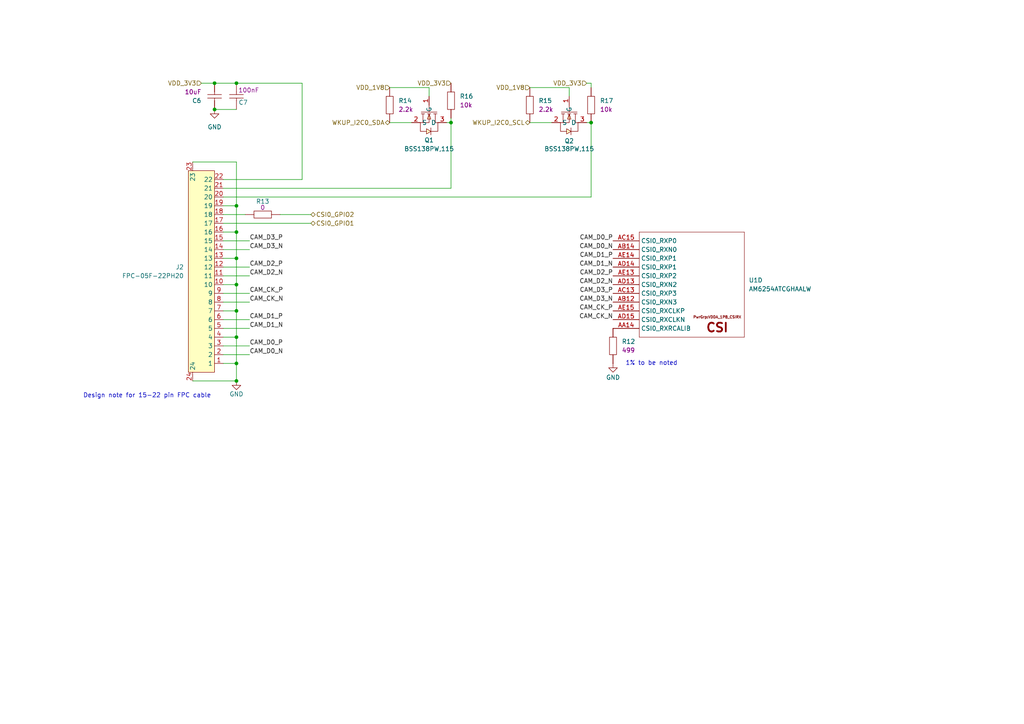
<source format=kicad_sch>
(kicad_sch (version 20250114) (generator "eeschema") (generator_version "9.0")
  (paper "A4")
  (text "Design note for 15-22 pin FPC cable\n" (at 42.672 114.808 0) (effects (font (size 1.27 1.27))))
  (text "1% to be noted\n" (at 188.976 105.41 0) (effects (font (size 1.27 1.27))))
  (junction (at 62.23 31.75))
  (junction (at 68.58 24.13))
  (junction (at 68.58 110.49))
  (junction (at 68.58 82.55))
  (junction (at 62.23 24.13))
  (junction (at 130.81 35.56))
  (junction (at 68.58 105.41))
  (junction (at 68.58 97.79))
  (junction (at 68.58 74.93))
  (junction (at 68.58 67.31))
  (junction (at 171.45 35.56))
  (junction (at 68.58 90.17))
  (junction (at 68.58 59.69))
  (wire (pts (xy 64.77 69.85) (xy 72.39 69.85)))
  (wire (pts (xy 68.58 110.49) (xy 68.58 105.41)))
  (wire (pts (xy 68.58 31.75) (xy 62.23 31.75)))
  (wire (pts (xy 130.81 34.29) (xy 130.81 35.56)))
  (wire (pts (xy 64.77 67.31) (xy 68.58 67.31)))
  (wire (pts (xy 64.77 77.47) (xy 72.39 77.47)))
  (wire (pts (xy 68.58 24.13) (xy 62.23 24.13)))
  (wire (pts (xy 153.67 35.56) (xy 160.02 35.56)))
  (wire (pts (xy 170.18 35.56) (xy 171.45 35.56)))
  (wire (pts (xy 68.58 82.55) (xy 68.58 90.17)))
  (wire (pts (xy 62.23 24.13) (xy 58.42 24.13)))
  (wire (pts (xy 64.77 90.17) (xy 68.58 90.17)))
  (wire (pts (xy 64.77 95.25) (xy 72.39 95.25)))
  (wire (pts (xy 124.46 25.4) (xy 124.46 27.94)))
  (wire (pts (xy 153.67 25.4) (xy 165.1 25.4)))
  (wire (pts (xy 64.77 87.63) (xy 72.39 87.63)))
  (wire (pts (xy 170.18 24.13) (xy 171.45 24.13)))
  (wire (pts (xy 64.77 85.09) (xy 72.39 85.09)))
  (wire (pts (xy 64.77 72.39) (xy 72.39 72.39)))
  (wire (pts (xy 130.81 54.61) (xy 130.81 35.56)))
  (wire (pts (xy 165.1 25.4) (xy 165.1 27.94)))
  (wire (pts (xy 87.63 24.13) (xy 68.58 24.13)))
  (wire (pts (xy 113.03 35.56) (xy 119.38 35.56)))
  (wire (pts (xy 64.77 82.55) (xy 68.58 82.55)))
  (wire (pts (xy 64.77 57.15) (xy 171.45 57.15)))
  (wire (pts (xy 68.58 97.79) (xy 68.58 105.41)))
  (wire (pts (xy 55.88 46.99) (xy 68.58 46.99)))
  (wire (pts (xy 68.58 74.93) (xy 68.58 82.55)))
  (wire (pts (xy 64.77 59.69) (xy 68.58 59.69)))
  (wire (pts (xy 64.77 74.93) (xy 68.58 74.93)))
  (wire (pts (xy 68.58 105.41) (xy 64.77 105.41)))
  (wire (pts (xy 64.77 102.87) (xy 72.39 102.87)))
  (wire (pts (xy 87.63 24.13) (xy 87.63 52.07)))
  (wire (pts (xy 64.77 64.77) (xy 90.17 64.77)))
  (wire (pts (xy 64.77 52.07) (xy 87.63 52.07)))
  (wire (pts (xy 81.28 62.23) (xy 90.17 62.23)))
  (wire (pts (xy 68.58 46.99) (xy 68.58 59.69)))
  (wire (pts (xy 68.58 67.31) (xy 68.58 74.93)))
  (wire (pts (xy 68.58 59.69) (xy 68.58 67.31)))
  (wire (pts (xy 64.77 54.61) (xy 130.81 54.61)))
  (wire (pts (xy 64.77 62.23) (xy 71.12 62.23)))
  (wire (pts (xy 171.45 24.13) (xy 171.45 25.4)))
  (wire (pts (xy 171.45 57.15) (xy 171.45 35.56)))
  (wire (pts (xy 64.77 80.01) (xy 72.39 80.01)))
  (wire (pts (xy 68.58 90.17) (xy 68.58 97.79)))
  (wire (pts (xy 64.77 97.79) (xy 68.58 97.79)))
  (wire (pts (xy 130.81 35.56) (xy 129.54 35.56)))
  (wire (pts (xy 113.03 25.4) (xy 124.46 25.4)))
  (wire (pts (xy 64.77 100.33) (xy 72.39 100.33)))
  (wire (pts (xy 64.77 92.71) (xy 72.39 92.71)))
  (wire (pts (xy 55.88 110.49) (xy 68.58 110.49)))
  (label "CAM_CK_P" (at 72.39 85.09 0))
  (label "CAM_D1_N" (at 177.8 77.47 180))
  (label "CAM_D2_P" (at 72.39 77.47 0))
  (label "CAM_CK_N" (at 177.8 92.71 180))
  (label "CAM_D0_P" (at 177.8 69.85 180))
  (label "CAM_D1_P" (at 72.39 92.71 0))
  (label "CAM_D2_N" (at 177.8 82.55 180))
  (label "CAM_D3_N" (at 72.39 72.39 0))
  (label "CAM_CK_N" (at 72.39 87.63 0))
  (label "CAM_D3_P" (at 177.8 85.09 180))
  (label "CAM_D0_N" (at 72.39 102.87 0))
  (label "CAM_D3_P" (at 72.39 69.85 0))
  (label "CAM_D1_N" (at 72.39 95.25 0))
  (label "CAM_CK_P" (at 177.8 90.17 180))
  (label "CAM_D1_P" (at 177.8 74.93 180))
  (label "CAM_D3_N" (at 177.8 87.63 180))
  (label "CAM_D2_P" (at 177.8 80.01 180))
  (label "CAM_D2_N" (at 72.39 80.01 0))
  (label "CAM_D0_P" (at 72.39 100.33 0))
  (label "CAM_D0_N" (at 177.8 72.39 180))
  (hierarchical_label "VDD_3V3" (shape input) (at 130.81 24.13 180))
  (hierarchical_label "WKUP_I2C0_SCL" (shape bidirectional) (at 153.67 35.56 180))
  (hierarchical_label "CSI0_GPIO1" (shape bidirectional) (at 90.17 64.77 0))
  (hierarchical_label "VDD_3V3" (shape input) (at 170.18 24.13 180))
  (hierarchical_label "VDD_1V8" (shape input) (at 153.67 25.4 180))
  (hierarchical_label "CSI0_GPIO2" (shape bidirectional) (at 90.17 62.23 0))
  (hierarchical_label "VDD_3V3" (shape input) (at 58.42 24.13 180))
  (hierarchical_label "WKUP_I2C0_SDA" (shape bidirectional) (at 113.03 35.56 180))
  (hierarchical_label "VDD_1V8" (shape input) (at 113.03 25.4 180))
  (symbol (lib_id "power:GND") (at 62.23 31.75 0) (unit 1)
    (property "Reference" "#PWR016" (effects (hide yes)))
    (property "Value" "GND" (at 62.23 36.83 0))
    (property "Description" "Power symbol creates a global label with name \"GND\" , ground" (effects (hide yes)))
  )
  (symbol (lib_id "pepy_sym_lib:[RES_SMD_0805_2012Metric]UNI-ROYAL(Uniroyal Elec) 0805W8F2201T5E") (at 153.67 30.48 90) (unit 1)
    (property "Reference" "R15" (at 156.21 29.2099 90) (effects (justify right)))
    (property "Value" "0805W8F2201T5E" (effects (hide yes)))
    (property "Footprint" "pepy_sym_lib:[RES_SMD_0805_2012Metric]" (effects (hide yes)))
    (property "Datasheet" "https://lcsc.com/product-detail/Chip-Resistor-Surface-Mount-UniOhm_2-2KR-2201-1_C17520.html" (effects (hide yes)))
    (property "Description" "0.125W Thick Film Resistors 150V ±100ppm/℃ ±1% 2.2kΩ 0805 Chip Resistor - Surface Mount ROHS" (effects (hide yes)))
    (property "LCSC Part" "C17520" (effects (hide yes)))
    (property "Manufacturer" "UNI-ROYAL(Uniroyal Elec)" (effects (hide yes)))
    (property "Nvalue" "2.2k" (at 156.21 31.7499 90) (effects (justify right)))
    (property "Package" "0805" (effects (hide yes)))
  )
  (symbol (lib_id "pepy_sym_lib:[FPC_22P_05MM]XUNPU FPC-05F-22PH20") (at 59.69 78.74 180) (unit 1)
    (property "Reference" "J2" (at 53.34 77.4699 0) (effects (justify left)))
    (property "Value" "FPC-05F-22PH20" (at 53.34 80.0099 0) (effects (justify left)))
    (property "Footprint" "pepy_sym_lib:[FPC_22P_05MM]XUNPU FPC-05F-22PH20" (effects (hide yes)))
    (property "Datasheet" "https://www.lcsc.com/product-detail/FFC-FPC-Flat-Flexible-Connector-Assemblies_XUNPU-FPC-05F-22PH20_C2856804.html?s_z=n_FPC%252022P%25200.5mm" (effects (hide yes)))
    (property "Description" "Flip type -25℃~+85℃ 22P Bottom Contact Horizontal attachment 0.5mm SMD,P=0.5mm,Surface Mount，Right Angle FFC, FPC (Flat Flexible) Connector Assemblies ROHS" (effects (hide yes)))
    (property "LCSC Part" "C2856804" (effects (hide yes)))
  )
  (symbol (lib_id "pepy_sym_lib:[CAP_SMD_0805_2012Metric]Samsung Electro-Mechanics CL21A106KAYNNNE") (at 62.23 27.94 270) (unit 1)
    (property "Reference" "C6" (at 58.42 29.2101 90) (effects (justify right)))
    (property "Value" "CL21A106KAYNNNE" (effects (hide yes)))
    (property "Footprint" "pepy_sym_lib:[CAP_SMD_0805_2012Metric]" (effects (hide yes)))
    (property "Datasheet" "https://www.lcsc.com/product-detail/Multilayer-Ceramic-Capacitors-MLCC-SMD-SMT_Samsung-Electro-Mechanics-CL21A106KAYNNNE_C15850.html" (effects (hide yes)))
    (property "Description" "25V 10uF X5R ±10% 0805 Multilayer Ceramic Capacitors MLCC - SMD/SMT ROHS" (effects (hide yes)))
    (property "LCSC Part" "C15850" (effects (hide yes)))
    (property "Manufacturer" "Samsung Electro-Mechanics" (effects (hide yes)))
    (property "Package" "0805" (effects (hide yes)))
    (property "Nvalue" "10uF" (at 58.42 26.6701 90) (effects (justify right)))
  )
  (symbol (lib_id "pepy_sym_lib:[RES_SMD_0402_1005Metric]YAGEO RC0402FR-07499RL") (at 177.8 100.33 270) (unit 1)
    (property "Reference" "R12" (at 180.34 99.0599 90) (effects (justify left)))
    (property "Value" "RC0402FR-07499RL" (effects (hide yes)))
    (property "Footprint" "pepy_sym_lib:[RES_SMD_0402_1005Metric]" (effects (hide yes)))
    (property "Datasheet" "https://lcsc.com/product-detail/Chip-Resistor-Surface-Mount-UniOhm_0R-0R0-1_C17168.html" (effects (hide yes)))
    (property "Description" "62.5mW Thick Film Resistors 50V ±100ppm/℃ ±1% 499Ω 0402 Chip Resistor - Surface Mount ROHS" (effects (hide yes)))
    (property "LCSC Part" "C137970" (effects (hide yes)))
    (property "Nvalue" "499" (at 180.34 101.5999 90) (effects (justify left)))
    (property "Manufacturer" "YAGEO" (effects (hide yes)))
    (property "Package" "0402" (effects (hide yes)))
  )
  (symbol (lib_id "pepy_sym_lib:[RES_SMD_0805_2012Metric]UNI-ROYAL(Uniroyal Elec) 0805W8F1002T5E") (at 130.81 29.21 90) (unit 1)
    (property "Reference" "R16" (at 133.35 27.9399 90) (effects (justify right)))
    (property "Value" "0805W8F1002T5E" (effects (hide yes)))
    (property "Footprint" "pepy_sym_lib:[RES_SMD_0805_2012Metric]" (effects (hide yes)))
    (property "Datasheet" "https://lcsc.com/product-detail/Chip-Resistor-Surface-Mount-UniOhm_10KR-1002-1_C17414.html" (effects (hide yes)))
    (property "Description" "125mW Thick Film Resistors 150V ±100ppm/℃ ±1% 10kΩ 0805 Chip Resistor - Surface Mount ROHS" (effects (hide yes)))
    (property "LCSC Part" "C17414" (effects (hide yes)))
    (property "Manufacturer" "UNI-ROYAL(Uniroyal Elec)" (effects (hide yes)))
    (property "Package" "0805" (effects (hide yes)))
    (property "Nvalue" "10k" (at 133.35 30.4799 90) (effects (justify right)))
  )
  (symbol (lib_id "pepy_sym_lib:[RES_SMD_0402_1005Metric]UNI-ROYAL(Uniroyal Elec) 0402WGF0000TCE") (at 76.2 62.23 0) (unit 1)
    (property "Reference" "R13" (at 76.2 58.42 0))
    (property "Value" "0402WGF0000TCE" (effects (hide yes)))
    (property "Footprint" "pepy_sym_lib:[RES_SMD_0402_1005Metric]" (effects (hide yes)))
    (property "Datasheet" "https://lcsc.com/product-detail/Chip-Resistor-Surface-Mount-UniOhm_0R-0R0-1_C17168.html" (effects (hide yes)))
    (property "Description" "62.5mW Thick Film Resistors 50V ±800ppm/℃ ±1% 0Ω 0402 Chip Resistor - Surface Mount ROHS" (effects (hide yes)))
    (property "LCSC Part" "C17168" (effects (hide yes)))
    (property "Nvalue" "0" (at 76.2 60.198 0))
    (property "Manufacturer" "UNI-ROYAL(Uniroyal Elec) " (effects (hide yes)))
    (property "Package" "0402" (effects (hide yes)))
  )
  (symbol (lib_id "pepy_sym_lib:[NMOS]Nexperia BSS138PW,115") (at 165.1 35.56 270) (unit 1)
    (property "Reference" "Q2" (at 165.1 40.894 90))
    (property "Value" "BSS138PW,115" (at 165.1 43.18 90))
    (property "Footprint" "pepy_sym_lib:[NMOS]Nexperia BSS138PW,115" (effects (hide yes)))
    (property "Datasheet" "https://lcsc.com/product-detail/MOSFET_Nexperia_BSS138PW-115_Nexperia-BSS138PW-115_C193366.html" (effects (hide yes)))
    (property "Description" "60V 320mA 1.6Ω@10V,300mA 1.5V@250uA 1PCSNChannel SOT-323-3 MOSFETs ROHS" (effects (hide yes)))
    (property "LCSC Part" "C193366" (effects (hide yes)))
    (property "Package" "SOT-323-3" (effects (hide yes)))
    (property "Manufacturer" "Nexperia" (effects (hide yes)))
  )
  (symbol (lib_id "power:GND") (at 68.58 110.49 0) (unit 1)
    (property "Reference" "#PWR014" (effects (hide yes)))
    (property "Value" "GND" (at 68.58 114.3 0))
    (property "Description" "Power symbol creates a global label with name \"GND\" , ground" (effects (hide yes)))
  )
  (symbol (lib_id "pepy_sym_lib:[NMOS]Nexperia BSS138PW,115") (at 124.46 35.56 270) (unit 1)
    (property "Reference" "Q1" (at 124.46 40.64 90))
    (property "Value" "BSS138PW,115" (at 124.46 43.18 90))
    (property "Footprint" "pepy_sym_lib:[NMOS]Nexperia BSS138PW,115" (effects (hide yes)))
    (property "Datasheet" "https://lcsc.com/product-detail/MOSFET_Nexperia_BSS138PW-115_Nexperia-BSS138PW-115_C193366.html" (effects (hide yes)))
    (property "Description" "60V 320mA 1.6Ω@10V,300mA 1.5V@250uA 1PCSNChannel SOT-323-3 MOSFETs ROHS" (effects (hide yes)))
    (property "LCSC Part" "C193366" (effects (hide yes)))
    (property "Package" "SOT-323-3" (effects (hide yes)))
    (property "Manufacturer" "Nexperia" (effects (hide yes)))
  )
  (symbol (lib_id "pepy_sym_lib:[CPU]Texas Instruments AM6254ATCGHAALW") (at 200.66 67.31 180) (unit 4)
    (property "Reference" "U1" (at 217.17 81.2799 0) (effects (justify right)))
    (property "Value" "AM6254ATCGHAALW" (at 217.17 83.8199 0) (effects (justify right)))
    (property "Footprint" "pepy_sym_lib:[CPU]Texas Instruments AM6254ATCGHAALW" (effects (hide yes)))
    (property "Datasheet" "https://www.ti.com/lit/ds/symlink/am625.pdf?ts=1740314582358&ref_url=https%253A%252F%252Fwww.ti.com%252Fmicrocontrollers-mcus-processors%252Farm-based-processors%252Fproducts.html" (effects (hide yes)))
    (property "Description" "1400MHz FCCSP(ALW)-425 Microcontrollers (MCU/MPU/SOC) ROHS" (effects (hide yes)))
    (property "LCSC Part" "C5218241" (effects (hide yes)))
    (property "Manufacturer" "Texas Instruments" (effects (hide yes)))
  )
  (symbol (lib_id "pepy_sym_lib:[RES_SMD_0805_2012Metric]UNI-ROYAL(Uniroyal Elec) 0805W8F1002T5E") (at 171.45 30.48 90) (unit 1)
    (property "Reference" "R17" (at 173.99 29.2099 90) (effects (justify right)))
    (property "Value" "0805W8F1002T5E" (effects (hide yes)))
    (property "Footprint" "pepy_sym_lib:[RES_SMD_0805_2012Metric]" (effects (hide yes)))
    (property "Datasheet" "https://lcsc.com/product-detail/Chip-Resistor-Surface-Mount-UniOhm_10KR-1002-1_C17414.html" (effects (hide yes)))
    (property "Description" "125mW Thick Film Resistors 150V ±100ppm/℃ ±1% 10kΩ 0805 Chip Resistor - Surface Mount ROHS" (effects (hide yes)))
    (property "LCSC Part" "C17414" (effects (hide yes)))
    (property "Manufacturer" "UNI-ROYAL(Uniroyal Elec)" (effects (hide yes)))
    (property "Package" "0805" (effects (hide yes)))
    (property "Nvalue" "10k" (at 173.99 31.7499 90) (effects (justify right)))
  )
  (symbol (lib_id "pepy_sym_lib:[RES_SMD_0805_2012Metric]UNI-ROYAL(Uniroyal Elec) 0805W8F2201T5E") (at 113.03 30.48 90) (unit 1)
    (property "Reference" "R14" (at 115.57 29.2099 90) (effects (justify right)))
    (property "Value" "0805W8F2201T5E" (effects (hide yes)))
    (property "Footprint" "pepy_sym_lib:[RES_SMD_0805_2012Metric]" (effects (hide yes)))
    (property "Datasheet" "https://lcsc.com/product-detail/Chip-Resistor-Surface-Mount-UniOhm_2-2KR-2201-1_C17520.html" (effects (hide yes)))
    (property "Description" "0.125W Thick Film Resistors 150V ±100ppm/℃ ±1% 2.2kΩ 0805 Chip Resistor - Surface Mount ROHS" (effects (hide yes)))
    (property "LCSC Part" "C17520" (effects (hide yes)))
    (property "Manufacturer" "UNI-ROYAL(Uniroyal Elec)" (effects (hide yes)))
    (property "Nvalue" "2.2k" (at 115.57 31.7499 90) (effects (justify right)))
    (property "Package" "0805" (effects (hide yes)))
  )
  (symbol (lib_id "power:GND") (at 177.8 105.41 0) (unit 1)
    (property "Reference" "#PWR015" (effects (hide yes)))
    (property "Value" "GND" (at 177.8 109.474 0))
    (property "Description" "Power symbol creates a global label with name \"GND\" , ground" (effects (hide yes)))
  )
  (symbol (lib_id "pepy_sym_lib:[CAP_SMD_0805_2012Metric]YAGEO CC0805KRX7R9BB104") (at 68.58 27.94 90) (unit 1)
    (property "Reference" "C7" (at 71.882 29.718 90) (effects (justify left)))
    (property "Value" "CC0805KRX7R9BB104" (effects (hide yes)))
    (property "Footprint" "pepy_sym_lib:[CAP_SMD_0805_2012Metric]" (effects (hide yes)))
    (property "Datasheet" "https://lcsc.com/product-detail/Multilayer-Ceramic-Capacitors-MLCC-SMD-SMT_100nF-104-10-50V_C49678.html" (effects (hide yes)))
    (property "Description" "50V 100nF X7R ±10% 0805 Multilayer Ceramic Capacitors MLCC - SMD/SMT ROHS" (effects (hide yes)))
    (property "LCSC Part" "C49678" (effects (hide yes)))
    (property "Manufacturer" "YAGEO" (effects (hide yes)))
    (property "Package" "0805" (effects (hide yes)))
    (property "Nvalue" "100nF" (at 75.184 26.162 90) (effects (justify left)))
  )
)
</source>
